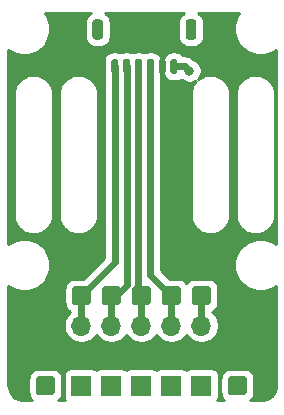
<source format=gbr>
%TF.GenerationSoftware,KiCad,Pcbnew,(5.1.9)-1*%
%TF.CreationDate,2022-05-31T00:34:38+01:00*%
%TF.ProjectId,board,626f6172-642e-46b6-9963-61645f706362,rev?*%
%TF.SameCoordinates,Original*%
%TF.FileFunction,Copper,L1,Top*%
%TF.FilePolarity,Positive*%
%FSLAX46Y46*%
G04 Gerber Fmt 4.6, Leading zero omitted, Abs format (unit mm)*
G04 Created by KiCad (PCBNEW (5.1.9)-1) date 2022-05-31 00:34:38*
%MOMM*%
%LPD*%
G01*
G04 APERTURE LIST*
%TA.AperFunction,ComponentPad*%
%ADD10O,1.700000X1.700000*%
%TD*%
%TA.AperFunction,ComponentPad*%
%ADD11R,1.700000X1.700000*%
%TD*%
%TA.AperFunction,ViaPad*%
%ADD12C,0.800000*%
%TD*%
%TA.AperFunction,Conductor*%
%ADD13C,0.600000*%
%TD*%
%TA.AperFunction,Conductor*%
%ADD14C,0.254000*%
%TD*%
%TA.AperFunction,Conductor*%
%ADD15C,0.100000*%
%TD*%
G04 APERTURE END LIST*
%TO.P,J10,1*%
%TO.N,+BATT*%
%TA.AperFunction,ComponentPad*%
G36*
G01*
X103594000Y-130598000D02*
X103594000Y-129498000D01*
G75*
G02*
X103844000Y-129248000I250000J0D01*
G01*
X104944000Y-129248000D01*
G75*
G02*
X105194000Y-129498000I0J-250000D01*
G01*
X105194000Y-130598000D01*
G75*
G02*
X104944000Y-130848000I-250000J0D01*
G01*
X103844000Y-130848000D01*
G75*
G02*
X103594000Y-130598000I0J250000D01*
G01*
G37*
%TD.AperFunction*%
%TD*%
%TO.P,J6,1*%
%TO.N,GND*%
%TA.AperFunction,ComponentPad*%
G36*
G01*
X103594000Y-133138000D02*
X103594000Y-132038000D01*
G75*
G02*
X103844000Y-131788000I250000J0D01*
G01*
X104944000Y-131788000D01*
G75*
G02*
X105194000Y-132038000I0J-250000D01*
G01*
X105194000Y-133138000D01*
G75*
G02*
X104944000Y-133388000I-250000J0D01*
G01*
X103844000Y-133388000D01*
G75*
G02*
X103594000Y-133138000I0J250000D01*
G01*
G37*
%TD.AperFunction*%
%TD*%
%TO.P,J13,1*%
%TO.N,Net-(J1-Pad6)*%
%TA.AperFunction,ComponentPad*%
G36*
G01*
X108242000Y-124418000D02*
X108242000Y-125518000D01*
G75*
G02*
X107992000Y-125768000I-250000J0D01*
G01*
X106892000Y-125768000D01*
G75*
G02*
X106642000Y-125518000I0J250000D01*
G01*
X106642000Y-124418000D01*
G75*
G02*
X106892000Y-124168000I250000J0D01*
G01*
X107992000Y-124168000D01*
G75*
G02*
X108242000Y-124418000I0J-250000D01*
G01*
G37*
%TD.AperFunction*%
%TD*%
%TO.P,J12,1*%
%TO.N,Net-(J11-Pad3)*%
%TA.AperFunction,ComponentPad*%
G36*
G01*
X116802000Y-125518000D02*
X116802000Y-124418000D01*
G75*
G02*
X117052000Y-124168000I250000J0D01*
G01*
X118152000Y-124168000D01*
G75*
G02*
X118402000Y-124418000I0J-250000D01*
G01*
X118402000Y-125518000D01*
G75*
G02*
X118152000Y-125768000I-250000J0D01*
G01*
X117052000Y-125768000D01*
G75*
G02*
X116802000Y-125518000I0J250000D01*
G01*
G37*
%TD.AperFunction*%
%TD*%
D10*
%TO.P,J11,3*%
%TO.N,Net-(J11-Pad3)*%
X117602000Y-127508000D03*
%TO.P,J11,2*%
%TO.N,+BATT*%
X117602000Y-130048000D03*
D11*
%TO.P,J11,1*%
%TO.N,GND*%
X117602000Y-132588000D03*
%TD*%
%TO.P,J10,1*%
%TO.N,+BATT*%
%TA.AperFunction,ComponentPad*%
G36*
G01*
X119850000Y-130598000D02*
X119850000Y-129498000D01*
G75*
G02*
X120100000Y-129248000I250000J0D01*
G01*
X121200000Y-129248000D01*
G75*
G02*
X121450000Y-129498000I0J-250000D01*
G01*
X121450000Y-130598000D01*
G75*
G02*
X121200000Y-130848000I-250000J0D01*
G01*
X120100000Y-130848000D01*
G75*
G02*
X119850000Y-130598000I0J250000D01*
G01*
G37*
%TD.AperFunction*%
%TD*%
%TO.P,J9,1*%
%TO.N,Net-(J1-Pad3)*%
%TA.AperFunction,ComponentPad*%
G36*
G01*
X114262000Y-125518000D02*
X114262000Y-124418000D01*
G75*
G02*
X114512000Y-124168000I250000J0D01*
G01*
X115612000Y-124168000D01*
G75*
G02*
X115862000Y-124418000I0J-250000D01*
G01*
X115862000Y-125518000D01*
G75*
G02*
X115612000Y-125768000I-250000J0D01*
G01*
X114512000Y-125768000D01*
G75*
G02*
X114262000Y-125518000I0J250000D01*
G01*
G37*
%TD.AperFunction*%
%TD*%
%TO.P,J8,1*%
%TO.N,Net-(J1-Pad4)*%
%TA.AperFunction,ComponentPad*%
G36*
G01*
X111722000Y-125518000D02*
X111722000Y-124418000D01*
G75*
G02*
X111972000Y-124168000I250000J0D01*
G01*
X113072000Y-124168000D01*
G75*
G02*
X113322000Y-124418000I0J-250000D01*
G01*
X113322000Y-125518000D01*
G75*
G02*
X113072000Y-125768000I-250000J0D01*
G01*
X111972000Y-125768000D01*
G75*
G02*
X111722000Y-125518000I0J250000D01*
G01*
G37*
%TD.AperFunction*%
%TD*%
%TO.P,J7,1*%
%TO.N,Net-(J1-Pad5)*%
%TA.AperFunction,ComponentPad*%
G36*
G01*
X109182000Y-125518000D02*
X109182000Y-124418000D01*
G75*
G02*
X109432000Y-124168000I250000J0D01*
G01*
X110532000Y-124168000D01*
G75*
G02*
X110782000Y-124418000I0J-250000D01*
G01*
X110782000Y-125518000D01*
G75*
G02*
X110532000Y-125768000I-250000J0D01*
G01*
X109432000Y-125768000D01*
G75*
G02*
X109182000Y-125518000I0J250000D01*
G01*
G37*
%TD.AperFunction*%
%TD*%
%TO.P,J6,1*%
%TO.N,GND*%
%TA.AperFunction,ComponentPad*%
G36*
G01*
X119850000Y-133138000D02*
X119850000Y-132038000D01*
G75*
G02*
X120100000Y-131788000I250000J0D01*
G01*
X121200000Y-131788000D01*
G75*
G02*
X121450000Y-132038000I0J-250000D01*
G01*
X121450000Y-133138000D01*
G75*
G02*
X121200000Y-133388000I-250000J0D01*
G01*
X120100000Y-133388000D01*
G75*
G02*
X119850000Y-133138000I0J250000D01*
G01*
G37*
%TD.AperFunction*%
%TD*%
%TO.P,J1,MP*%
%TO.N,N/C*%
%TA.AperFunction,SMDPad,CuDef*%
G36*
G01*
X109276000Y-101811000D02*
X109276000Y-103061000D01*
G75*
G02*
X109051000Y-103286000I-225000J0D01*
G01*
X108601000Y-103286000D01*
G75*
G02*
X108376000Y-103061000I0J225000D01*
G01*
X108376000Y-101811000D01*
G75*
G02*
X108601000Y-101586000I225000J0D01*
G01*
X109051000Y-101586000D01*
G75*
G02*
X109276000Y-101811000I0J-225000D01*
G01*
G37*
%TD.AperFunction*%
%TA.AperFunction,SMDPad,CuDef*%
G36*
G01*
X117176000Y-101811000D02*
X117176000Y-103061000D01*
G75*
G02*
X116951000Y-103286000I-225000J0D01*
G01*
X116501000Y-103286000D01*
G75*
G02*
X116276000Y-103061000I0J225000D01*
G01*
X116276000Y-101811000D01*
G75*
G02*
X116501000Y-101586000I225000J0D01*
G01*
X116951000Y-101586000D01*
G75*
G02*
X117176000Y-101811000I0J-225000D01*
G01*
G37*
%TD.AperFunction*%
%TO.P,J1,6*%
%TO.N,Net-(J1-Pad6)*%
%TA.AperFunction,SMDPad,CuDef*%
G36*
G01*
X110576000Y-105086000D02*
X110576000Y-106036000D01*
G75*
G02*
X110426000Y-106186000I-150000J0D01*
G01*
X110126000Y-106186000D01*
G75*
G02*
X109976000Y-106036000I0J150000D01*
G01*
X109976000Y-105086000D01*
G75*
G02*
X110126000Y-104936000I150000J0D01*
G01*
X110426000Y-104936000D01*
G75*
G02*
X110576000Y-105086000I0J-150000D01*
G01*
G37*
%TD.AperFunction*%
%TO.P,J1,5*%
%TO.N,Net-(J1-Pad5)*%
%TA.AperFunction,SMDPad,CuDef*%
G36*
G01*
X111576000Y-105086000D02*
X111576000Y-106036000D01*
G75*
G02*
X111426000Y-106186000I-150000J0D01*
G01*
X111126000Y-106186000D01*
G75*
G02*
X110976000Y-106036000I0J150000D01*
G01*
X110976000Y-105086000D01*
G75*
G02*
X111126000Y-104936000I150000J0D01*
G01*
X111426000Y-104936000D01*
G75*
G02*
X111576000Y-105086000I0J-150000D01*
G01*
G37*
%TD.AperFunction*%
%TO.P,J1,4*%
%TO.N,Net-(J1-Pad4)*%
%TA.AperFunction,SMDPad,CuDef*%
G36*
G01*
X112576000Y-105086000D02*
X112576000Y-106036000D01*
G75*
G02*
X112426000Y-106186000I-150000J0D01*
G01*
X112126000Y-106186000D01*
G75*
G02*
X111976000Y-106036000I0J150000D01*
G01*
X111976000Y-105086000D01*
G75*
G02*
X112126000Y-104936000I150000J0D01*
G01*
X112426000Y-104936000D01*
G75*
G02*
X112576000Y-105086000I0J-150000D01*
G01*
G37*
%TD.AperFunction*%
%TO.P,J1,3*%
%TO.N,Net-(J1-Pad3)*%
%TA.AperFunction,SMDPad,CuDef*%
G36*
G01*
X113576000Y-105086000D02*
X113576000Y-106036000D01*
G75*
G02*
X113426000Y-106186000I-150000J0D01*
G01*
X113126000Y-106186000D01*
G75*
G02*
X112976000Y-106036000I0J150000D01*
G01*
X112976000Y-105086000D01*
G75*
G02*
X113126000Y-104936000I150000J0D01*
G01*
X113426000Y-104936000D01*
G75*
G02*
X113576000Y-105086000I0J-150000D01*
G01*
G37*
%TD.AperFunction*%
%TO.P,J1,2*%
%TO.N,+BATT*%
%TA.AperFunction,SMDPad,CuDef*%
G36*
G01*
X114576000Y-105086000D02*
X114576000Y-106036000D01*
G75*
G02*
X114426000Y-106186000I-150000J0D01*
G01*
X114126000Y-106186000D01*
G75*
G02*
X113976000Y-106036000I0J150000D01*
G01*
X113976000Y-105086000D01*
G75*
G02*
X114126000Y-104936000I150000J0D01*
G01*
X114426000Y-104936000D01*
G75*
G02*
X114576000Y-105086000I0J-150000D01*
G01*
G37*
%TD.AperFunction*%
%TO.P,J1,1*%
%TO.N,GND*%
%TA.AperFunction,SMDPad,CuDef*%
G36*
G01*
X115576000Y-105086000D02*
X115576000Y-106036000D01*
G75*
G02*
X115426000Y-106186000I-150000J0D01*
G01*
X115126000Y-106186000D01*
G75*
G02*
X114976000Y-106036000I0J150000D01*
G01*
X114976000Y-105086000D01*
G75*
G02*
X115126000Y-104936000I150000J0D01*
G01*
X115426000Y-104936000D01*
G75*
G02*
X115576000Y-105086000I0J-150000D01*
G01*
G37*
%TD.AperFunction*%
%TD*%
D10*
%TO.P,J5,3*%
%TO.N,Net-(J1-Pad3)*%
X115062000Y-127508000D03*
%TO.P,J5,2*%
%TO.N,+BATT*%
X115062000Y-130048000D03*
D11*
%TO.P,J5,1*%
%TO.N,GND*%
X115062000Y-132588000D03*
%TD*%
D10*
%TO.P,J4,3*%
%TO.N,Net-(J1-Pad4)*%
X112522000Y-127508000D03*
%TO.P,J4,2*%
%TO.N,+BATT*%
X112522000Y-130048000D03*
D11*
%TO.P,J4,1*%
%TO.N,GND*%
X112522000Y-132588000D03*
%TD*%
D10*
%TO.P,J3,3*%
%TO.N,Net-(J1-Pad5)*%
X109982000Y-127508000D03*
%TO.P,J3,2*%
%TO.N,+BATT*%
X109982000Y-130048000D03*
D11*
%TO.P,J3,1*%
%TO.N,GND*%
X109982000Y-132588000D03*
%TD*%
D10*
%TO.P,J2,3*%
%TO.N,Net-(J1-Pad6)*%
X107442000Y-127508000D03*
%TO.P,J2,2*%
%TO.N,+BATT*%
X107442000Y-130048000D03*
D11*
%TO.P,J2,1*%
%TO.N,GND*%
X107442000Y-132588000D03*
%TD*%
D12*
%TO.N,GND*%
X116586000Y-105918000D03*
%TD*%
D13*
%TO.N,Net-(J1-Pad3)*%
X113276000Y-123182000D02*
X115062000Y-124968000D01*
X113276000Y-105561000D02*
X113276000Y-123182000D01*
X115062000Y-124968000D02*
X115062000Y-127508000D01*
%TO.N,GND*%
X116229000Y-105561000D02*
X116586000Y-105918000D01*
X115276000Y-105561000D02*
X116229000Y-105561000D01*
%TO.N,Net-(J1-Pad6)*%
X110276000Y-122134000D02*
X107442000Y-124968000D01*
X110276000Y-105561000D02*
X110276000Y-122134000D01*
X107442000Y-124968000D02*
X107442000Y-127508000D01*
%TO.N,Net-(J1-Pad5)*%
X110361322Y-124968000D02*
X109982000Y-124968000D01*
X111276000Y-124053322D02*
X110361322Y-124968000D01*
X111276000Y-105561000D02*
X111276000Y-124053322D01*
X109982000Y-124968000D02*
X109982000Y-127508000D01*
%TO.N,Net-(J1-Pad4)*%
X112276000Y-124722000D02*
X112522000Y-124968000D01*
X112276000Y-105561000D02*
X112276000Y-124722000D01*
X112522000Y-124968000D02*
X112522000Y-127508000D01*
%TO.N,Net-(J11-Pad3)*%
X117602000Y-124968000D02*
X117602000Y-127508000D01*
%TD*%
D14*
%TO.N,+BATT*%
X108121503Y-101093382D02*
X107990716Y-101200716D01*
X107883382Y-101331503D01*
X107803625Y-101480717D01*
X107754512Y-101642623D01*
X107737928Y-101811000D01*
X107737928Y-103061000D01*
X107754512Y-103229377D01*
X107803625Y-103391283D01*
X107883382Y-103540497D01*
X107990716Y-103671284D01*
X108121503Y-103778618D01*
X108270717Y-103858375D01*
X108432623Y-103907488D01*
X108601000Y-103924072D01*
X109051000Y-103924072D01*
X109219377Y-103907488D01*
X109381283Y-103858375D01*
X109530497Y-103778618D01*
X109661284Y-103671284D01*
X109768618Y-103540497D01*
X109848375Y-103391283D01*
X109897488Y-103229377D01*
X109914072Y-103061000D01*
X109914072Y-101811000D01*
X109897488Y-101642623D01*
X109848375Y-101480717D01*
X109768618Y-101331503D01*
X109661284Y-101200716D01*
X109530497Y-101093382D01*
X109423143Y-101036000D01*
X116128857Y-101036000D01*
X116021503Y-101093382D01*
X115890716Y-101200716D01*
X115783382Y-101331503D01*
X115703625Y-101480717D01*
X115654512Y-101642623D01*
X115637928Y-101811000D01*
X115637928Y-103061000D01*
X115654512Y-103229377D01*
X115703625Y-103391283D01*
X115783382Y-103540497D01*
X115890716Y-103671284D01*
X116021503Y-103778618D01*
X116170717Y-103858375D01*
X116332623Y-103907488D01*
X116501000Y-103924072D01*
X116951000Y-103924072D01*
X117119377Y-103907488D01*
X117281283Y-103858375D01*
X117430497Y-103778618D01*
X117561284Y-103671284D01*
X117668618Y-103540497D01*
X117748375Y-103391283D01*
X117797488Y-103229377D01*
X117814072Y-103061000D01*
X117814072Y-101811000D01*
X117797488Y-101642623D01*
X117748375Y-101480717D01*
X117668618Y-101331503D01*
X117561284Y-101200716D01*
X117430497Y-101093382D01*
X117323143Y-101036000D01*
X120812969Y-101036000D01*
X120622458Y-101321120D01*
X120454582Y-101726408D01*
X120369000Y-102156660D01*
X120369000Y-102595340D01*
X120454582Y-103025592D01*
X120622458Y-103430880D01*
X120866176Y-103795630D01*
X121176370Y-104105824D01*
X121541120Y-104349542D01*
X121946408Y-104517418D01*
X122376660Y-104603000D01*
X122815340Y-104603000D01*
X123245592Y-104517418D01*
X123650880Y-104349542D01*
X123937184Y-104158240D01*
X123948103Y-120601056D01*
X123650880Y-120402458D01*
X123245592Y-120234582D01*
X122815340Y-120149000D01*
X122376660Y-120149000D01*
X121946408Y-120234582D01*
X121541120Y-120402458D01*
X121176370Y-120646176D01*
X120866176Y-120956370D01*
X120622458Y-121321120D01*
X120454582Y-121726408D01*
X120369000Y-122156660D01*
X120369000Y-122595340D01*
X120454582Y-123025592D01*
X120622458Y-123430880D01*
X120866176Y-123795630D01*
X121176370Y-124105824D01*
X121541120Y-124349542D01*
X121946408Y-124517418D01*
X122376660Y-124603000D01*
X122815340Y-124603000D01*
X123245592Y-124517418D01*
X123650880Y-124349542D01*
X123950459Y-124149370D01*
X123955979Y-132460936D01*
X123927375Y-132752660D01*
X123851965Y-133002429D01*
X123729477Y-133232794D01*
X123564579Y-133434979D01*
X123363546Y-133601288D01*
X123134046Y-133725378D01*
X122884805Y-133802531D01*
X122594911Y-133833000D01*
X121746275Y-133833000D01*
X121827962Y-133765962D01*
X121938405Y-133631386D01*
X122020472Y-133477850D01*
X122071008Y-133311254D01*
X122088072Y-133138000D01*
X122088072Y-132038000D01*
X122071008Y-131864746D01*
X122020472Y-131698150D01*
X121938405Y-131544614D01*
X121827962Y-131410038D01*
X121693386Y-131299595D01*
X121539850Y-131217528D01*
X121373254Y-131166992D01*
X121200000Y-131149928D01*
X120100000Y-131149928D01*
X119926746Y-131166992D01*
X119760150Y-131217528D01*
X119606614Y-131299595D01*
X119472038Y-131410038D01*
X119361595Y-131544614D01*
X119279528Y-131698150D01*
X119228992Y-131864746D01*
X119211928Y-132038000D01*
X119211928Y-133138000D01*
X119228992Y-133311254D01*
X119279528Y-133477850D01*
X119361595Y-133631386D01*
X119472038Y-133765962D01*
X119553725Y-133833000D01*
X118949295Y-133833000D01*
X118982537Y-133792494D01*
X119041502Y-133682180D01*
X119077812Y-133562482D01*
X119090072Y-133438000D01*
X119090072Y-131738000D01*
X119077812Y-131613518D01*
X119041502Y-131493820D01*
X118982537Y-131383506D01*
X118903185Y-131286815D01*
X118806494Y-131207463D01*
X118696180Y-131148498D01*
X118576482Y-131112188D01*
X118452000Y-131099928D01*
X116752000Y-131099928D01*
X116627518Y-131112188D01*
X116507820Y-131148498D01*
X116397506Y-131207463D01*
X116332000Y-131261222D01*
X116266494Y-131207463D01*
X116156180Y-131148498D01*
X116036482Y-131112188D01*
X115912000Y-131099928D01*
X114212000Y-131099928D01*
X114087518Y-131112188D01*
X113967820Y-131148498D01*
X113857506Y-131207463D01*
X113792000Y-131261222D01*
X113726494Y-131207463D01*
X113616180Y-131148498D01*
X113496482Y-131112188D01*
X113372000Y-131099928D01*
X111672000Y-131099928D01*
X111547518Y-131112188D01*
X111427820Y-131148498D01*
X111317506Y-131207463D01*
X111252000Y-131261222D01*
X111186494Y-131207463D01*
X111076180Y-131148498D01*
X110956482Y-131112188D01*
X110832000Y-131099928D01*
X109132000Y-131099928D01*
X109007518Y-131112188D01*
X108887820Y-131148498D01*
X108777506Y-131207463D01*
X108712000Y-131261222D01*
X108646494Y-131207463D01*
X108536180Y-131148498D01*
X108416482Y-131112188D01*
X108292000Y-131099928D01*
X106592000Y-131099928D01*
X106467518Y-131112188D01*
X106347820Y-131148498D01*
X106237506Y-131207463D01*
X106140815Y-131286815D01*
X106061463Y-131383506D01*
X106002498Y-131493820D01*
X105966188Y-131613518D01*
X105953928Y-131738000D01*
X105953928Y-133438000D01*
X105966188Y-133562482D01*
X106002498Y-133682180D01*
X106061463Y-133792494D01*
X106094705Y-133833000D01*
X105490275Y-133833000D01*
X105571962Y-133765962D01*
X105682405Y-133631386D01*
X105764472Y-133477850D01*
X105815008Y-133311254D01*
X105832072Y-133138000D01*
X105832072Y-132038000D01*
X105815008Y-131864746D01*
X105764472Y-131698150D01*
X105682405Y-131544614D01*
X105571962Y-131410038D01*
X105437386Y-131299595D01*
X105283850Y-131217528D01*
X105117254Y-131166992D01*
X104944000Y-131149928D01*
X103844000Y-131149928D01*
X103670746Y-131166992D01*
X103504150Y-131217528D01*
X103350614Y-131299595D01*
X103216038Y-131410038D01*
X103105595Y-131544614D01*
X103023528Y-131698150D01*
X102972992Y-131864746D01*
X102955928Y-132038000D01*
X102955928Y-133138000D01*
X102972992Y-133311254D01*
X103023528Y-133477850D01*
X103105595Y-133631386D01*
X103216038Y-133765962D01*
X103297725Y-133833000D01*
X102628279Y-133833000D01*
X102336340Y-133804375D01*
X102086571Y-133728965D01*
X101856206Y-133606477D01*
X101654021Y-133441579D01*
X101487712Y-133240546D01*
X101363622Y-133011046D01*
X101286469Y-132761805D01*
X101256000Y-132471911D01*
X101256000Y-127361740D01*
X105957000Y-127361740D01*
X105957000Y-127654260D01*
X106014068Y-127941158D01*
X106126010Y-128211411D01*
X106288525Y-128454632D01*
X106495368Y-128661475D01*
X106738589Y-128823990D01*
X107008842Y-128935932D01*
X107295740Y-128993000D01*
X107588260Y-128993000D01*
X107875158Y-128935932D01*
X108145411Y-128823990D01*
X108388632Y-128661475D01*
X108595475Y-128454632D01*
X108712000Y-128280240D01*
X108828525Y-128454632D01*
X109035368Y-128661475D01*
X109278589Y-128823990D01*
X109548842Y-128935932D01*
X109835740Y-128993000D01*
X110128260Y-128993000D01*
X110415158Y-128935932D01*
X110685411Y-128823990D01*
X110928632Y-128661475D01*
X111135475Y-128454632D01*
X111252000Y-128280240D01*
X111368525Y-128454632D01*
X111575368Y-128661475D01*
X111818589Y-128823990D01*
X112088842Y-128935932D01*
X112375740Y-128993000D01*
X112668260Y-128993000D01*
X112955158Y-128935932D01*
X113225411Y-128823990D01*
X113468632Y-128661475D01*
X113675475Y-128454632D01*
X113792000Y-128280240D01*
X113908525Y-128454632D01*
X114115368Y-128661475D01*
X114358589Y-128823990D01*
X114628842Y-128935932D01*
X114915740Y-128993000D01*
X115208260Y-128993000D01*
X115495158Y-128935932D01*
X115765411Y-128823990D01*
X116008632Y-128661475D01*
X116215475Y-128454632D01*
X116332000Y-128280240D01*
X116448525Y-128454632D01*
X116655368Y-128661475D01*
X116898589Y-128823990D01*
X117168842Y-128935932D01*
X117455740Y-128993000D01*
X117748260Y-128993000D01*
X118035158Y-128935932D01*
X118305411Y-128823990D01*
X118548632Y-128661475D01*
X118755475Y-128454632D01*
X118917990Y-128211411D01*
X119029932Y-127941158D01*
X119087000Y-127654260D01*
X119087000Y-127361740D01*
X119029932Y-127074842D01*
X118917990Y-126804589D01*
X118755475Y-126561368D01*
X118548632Y-126354525D01*
X118537000Y-126346753D01*
X118537000Y-126314339D01*
X118645386Y-126256405D01*
X118779962Y-126145962D01*
X118890405Y-126011386D01*
X118972472Y-125857850D01*
X119023008Y-125691254D01*
X119040072Y-125518000D01*
X119040072Y-124418000D01*
X119023008Y-124244746D01*
X118972472Y-124078150D01*
X118890405Y-123924614D01*
X118779962Y-123790038D01*
X118645386Y-123679595D01*
X118491850Y-123597528D01*
X118325254Y-123546992D01*
X118152000Y-123529928D01*
X117052000Y-123529928D01*
X116878746Y-123546992D01*
X116712150Y-123597528D01*
X116558614Y-123679595D01*
X116424038Y-123790038D01*
X116332000Y-123902187D01*
X116239962Y-123790038D01*
X116105386Y-123679595D01*
X115951850Y-123597528D01*
X115785254Y-123546992D01*
X115612000Y-123529928D01*
X114946218Y-123529928D01*
X114211000Y-122794711D01*
X114211000Y-106067190D01*
X114214072Y-106036000D01*
X114214072Y-105561000D01*
X114336476Y-105561000D01*
X114337928Y-105575742D01*
X114337928Y-106036000D01*
X114353071Y-106189745D01*
X114397916Y-106337582D01*
X114470742Y-106473829D01*
X114568749Y-106593251D01*
X114688171Y-106691258D01*
X114824418Y-106764084D01*
X114972255Y-106808929D01*
X115126000Y-106824072D01*
X115426000Y-106824072D01*
X115579745Y-106808929D01*
X115727582Y-106764084D01*
X115863829Y-106691258D01*
X115881250Y-106676961D01*
X115926226Y-106721937D01*
X116095744Y-106835205D01*
X116284102Y-106913226D01*
X116484061Y-106953000D01*
X116687939Y-106953000D01*
X116887898Y-106913226D01*
X117076256Y-106835205D01*
X117186908Y-106761270D01*
X117180237Y-106767988D01*
X117137487Y-106809851D01*
X117131613Y-106816952D01*
X117006289Y-106970614D01*
X116973174Y-107020456D01*
X116939390Y-107069796D01*
X116935007Y-107077902D01*
X116841916Y-107252980D01*
X116819125Y-107308275D01*
X116795554Y-107363270D01*
X116792829Y-107372073D01*
X116735518Y-107561900D01*
X116723900Y-107620580D01*
X116711463Y-107679087D01*
X116710500Y-107688252D01*
X116691150Y-107885594D01*
X116691150Y-107885599D01*
X116688000Y-107917582D01*
X116688001Y-118142419D01*
X116691249Y-118175397D01*
X116691249Y-118188591D01*
X116692212Y-118197756D01*
X116714315Y-118394808D01*
X116726747Y-118453295D01*
X116738370Y-118511997D01*
X116741096Y-118520800D01*
X116801052Y-118709808D01*
X116824612Y-118764778D01*
X116847414Y-118820099D01*
X116851797Y-118828205D01*
X116947324Y-119001966D01*
X116981130Y-119051338D01*
X117014221Y-119101144D01*
X117020095Y-119108245D01*
X117147552Y-119260142D01*
X117190263Y-119301968D01*
X117232441Y-119344442D01*
X117239583Y-119350266D01*
X117394116Y-119474515D01*
X117444170Y-119507269D01*
X117493765Y-119540722D01*
X117501901Y-119545048D01*
X117677625Y-119636914D01*
X117733078Y-119659318D01*
X117788233Y-119682503D01*
X117797055Y-119685166D01*
X117987276Y-119741151D01*
X118046010Y-119752355D01*
X118104633Y-119764389D01*
X118113805Y-119765288D01*
X118311277Y-119783259D01*
X118371094Y-119782841D01*
X118430911Y-119783259D01*
X118440083Y-119782359D01*
X118637284Y-119761632D01*
X118695834Y-119749613D01*
X118754639Y-119738396D01*
X118763461Y-119735732D01*
X118952882Y-119677097D01*
X119008009Y-119653924D01*
X119063492Y-119631507D01*
X119071629Y-119627181D01*
X119246052Y-119532870D01*
X119295636Y-119499425D01*
X119345699Y-119466665D01*
X119352840Y-119460841D01*
X119505624Y-119334446D01*
X119547744Y-119292031D01*
X119590513Y-119250149D01*
X119596387Y-119243048D01*
X119721711Y-119089386D01*
X119754803Y-119039577D01*
X119788610Y-118990205D01*
X119792993Y-118982098D01*
X119886084Y-118807020D01*
X119908875Y-118751725D01*
X119932446Y-118696730D01*
X119935171Y-118687926D01*
X119992482Y-118498100D01*
X120004098Y-118439434D01*
X120016537Y-118380913D01*
X120017500Y-118371748D01*
X120036850Y-118174407D01*
X120036850Y-118174402D01*
X120040000Y-118142419D01*
X120040000Y-107917582D01*
X120498000Y-107917582D01*
X120498001Y-118142419D01*
X120501249Y-118175397D01*
X120501249Y-118188591D01*
X120502212Y-118197756D01*
X120524315Y-118394808D01*
X120536747Y-118453295D01*
X120548370Y-118511997D01*
X120551096Y-118520800D01*
X120611052Y-118709808D01*
X120634612Y-118764778D01*
X120657414Y-118820099D01*
X120661797Y-118828205D01*
X120757324Y-119001966D01*
X120791130Y-119051338D01*
X120824221Y-119101144D01*
X120830095Y-119108245D01*
X120957552Y-119260142D01*
X121000263Y-119301968D01*
X121042441Y-119344442D01*
X121049583Y-119350266D01*
X121204116Y-119474515D01*
X121254170Y-119507269D01*
X121303765Y-119540722D01*
X121311901Y-119545048D01*
X121487625Y-119636914D01*
X121543078Y-119659318D01*
X121598233Y-119682503D01*
X121607055Y-119685166D01*
X121797276Y-119741151D01*
X121856010Y-119752355D01*
X121914633Y-119764389D01*
X121923805Y-119765288D01*
X122121277Y-119783259D01*
X122181094Y-119782841D01*
X122240911Y-119783259D01*
X122250083Y-119782359D01*
X122447284Y-119761632D01*
X122505834Y-119749613D01*
X122564639Y-119738396D01*
X122573461Y-119735732D01*
X122762882Y-119677097D01*
X122818009Y-119653924D01*
X122873492Y-119631507D01*
X122881629Y-119627181D01*
X123056052Y-119532870D01*
X123105636Y-119499425D01*
X123155699Y-119466665D01*
X123162840Y-119460841D01*
X123315624Y-119334446D01*
X123357744Y-119292031D01*
X123400513Y-119250149D01*
X123406387Y-119243048D01*
X123531711Y-119089386D01*
X123564803Y-119039577D01*
X123598610Y-118990205D01*
X123602993Y-118982098D01*
X123696084Y-118807020D01*
X123718875Y-118751725D01*
X123742446Y-118696730D01*
X123745171Y-118687926D01*
X123802482Y-118498100D01*
X123814098Y-118439434D01*
X123826537Y-118380913D01*
X123827500Y-118371748D01*
X123846850Y-118174407D01*
X123846850Y-118174402D01*
X123850000Y-118142419D01*
X123850000Y-107917581D01*
X123846751Y-107884593D01*
X123846751Y-107871409D01*
X123845788Y-107862244D01*
X123823685Y-107665192D01*
X123811251Y-107606699D01*
X123799630Y-107548003D01*
X123796904Y-107539200D01*
X123736948Y-107350193D01*
X123713400Y-107295249D01*
X123690586Y-107239900D01*
X123686203Y-107231794D01*
X123590676Y-107058034D01*
X123556892Y-107008695D01*
X123523779Y-106958855D01*
X123517905Y-106951755D01*
X123390448Y-106799857D01*
X123347718Y-106758013D01*
X123305559Y-106715558D01*
X123298417Y-106709734D01*
X123143883Y-106585485D01*
X123093847Y-106552742D01*
X123044235Y-106519278D01*
X123036098Y-106514952D01*
X122860375Y-106423086D01*
X122804936Y-106400688D01*
X122749768Y-106377497D01*
X122740946Y-106374834D01*
X122550724Y-106318849D01*
X122492016Y-106307650D01*
X122433367Y-106295611D01*
X122424195Y-106294712D01*
X122226723Y-106276741D01*
X122166906Y-106277159D01*
X122107088Y-106276741D01*
X122097917Y-106277641D01*
X121900715Y-106298368D01*
X121842151Y-106310390D01*
X121783362Y-106321604D01*
X121774540Y-106324268D01*
X121585118Y-106382903D01*
X121530005Y-106406071D01*
X121474507Y-106428493D01*
X121466371Y-106432820D01*
X121291947Y-106527130D01*
X121242331Y-106560597D01*
X121192301Y-106593335D01*
X121185160Y-106599159D01*
X121032376Y-106725553D01*
X120990237Y-106767988D01*
X120947487Y-106809851D01*
X120941613Y-106816952D01*
X120816289Y-106970614D01*
X120783174Y-107020456D01*
X120749390Y-107069796D01*
X120745007Y-107077902D01*
X120651916Y-107252980D01*
X120629125Y-107308275D01*
X120605554Y-107363270D01*
X120602829Y-107372073D01*
X120545518Y-107561900D01*
X120533900Y-107620580D01*
X120521463Y-107679087D01*
X120520500Y-107688252D01*
X120501150Y-107885594D01*
X120501150Y-107885599D01*
X120498000Y-107917582D01*
X120040000Y-107917582D01*
X120040000Y-107917581D01*
X120036751Y-107884593D01*
X120036751Y-107871409D01*
X120035788Y-107862244D01*
X120013685Y-107665192D01*
X120001251Y-107606699D01*
X119989630Y-107548003D01*
X119986904Y-107539200D01*
X119926948Y-107350193D01*
X119903400Y-107295249D01*
X119880586Y-107239900D01*
X119876203Y-107231794D01*
X119780676Y-107058034D01*
X119746892Y-107008695D01*
X119713779Y-106958855D01*
X119707905Y-106951755D01*
X119580448Y-106799857D01*
X119537718Y-106758013D01*
X119495559Y-106715558D01*
X119488417Y-106709734D01*
X119333883Y-106585485D01*
X119283847Y-106552742D01*
X119234235Y-106519278D01*
X119226098Y-106514952D01*
X119050375Y-106423086D01*
X118994936Y-106400688D01*
X118939768Y-106377497D01*
X118930946Y-106374834D01*
X118740724Y-106318849D01*
X118682016Y-106307650D01*
X118623367Y-106295611D01*
X118614195Y-106294712D01*
X118416723Y-106276741D01*
X118356906Y-106277159D01*
X118297088Y-106276741D01*
X118287917Y-106277641D01*
X118090715Y-106298368D01*
X118032151Y-106310390D01*
X117973362Y-106321604D01*
X117964540Y-106324268D01*
X117775118Y-106382903D01*
X117720005Y-106406071D01*
X117664507Y-106428493D01*
X117656371Y-106432820D01*
X117481947Y-106527130D01*
X117432331Y-106560597D01*
X117382301Y-106593335D01*
X117375160Y-106599159D01*
X117336903Y-106630808D01*
X117389937Y-106577774D01*
X117503205Y-106408256D01*
X117581226Y-106219898D01*
X117621000Y-106019939D01*
X117621000Y-105816061D01*
X117581226Y-105616102D01*
X117503205Y-105427744D01*
X117389937Y-105258226D01*
X117245774Y-105114063D01*
X117076256Y-105000795D01*
X116930858Y-104940569D01*
X116922630Y-104932341D01*
X116893344Y-104896656D01*
X116750972Y-104779814D01*
X116588540Y-104692993D01*
X116412292Y-104639529D01*
X116274932Y-104626000D01*
X116229000Y-104621476D01*
X116183068Y-104626000D01*
X116063063Y-104626000D01*
X115983251Y-104528749D01*
X115863829Y-104430742D01*
X115727582Y-104357916D01*
X115579745Y-104313071D01*
X115426000Y-104297928D01*
X115126000Y-104297928D01*
X114972255Y-104313071D01*
X114824418Y-104357916D01*
X114688171Y-104430742D01*
X114568749Y-104528749D01*
X114470742Y-104648171D01*
X114397916Y-104784418D01*
X114353071Y-104932255D01*
X114337928Y-105086000D01*
X114337928Y-105546258D01*
X114336476Y-105561000D01*
X114214072Y-105561000D01*
X114214072Y-105086000D01*
X114198929Y-104932255D01*
X114154084Y-104784418D01*
X114081258Y-104648171D01*
X113983251Y-104528749D01*
X113863829Y-104430742D01*
X113727582Y-104357916D01*
X113579745Y-104313071D01*
X113426000Y-104297928D01*
X113126000Y-104297928D01*
X112972255Y-104313071D01*
X112824418Y-104357916D01*
X112776000Y-104383796D01*
X112727582Y-104357916D01*
X112579745Y-104313071D01*
X112426000Y-104297928D01*
X112126000Y-104297928D01*
X111972255Y-104313071D01*
X111824418Y-104357916D01*
X111776000Y-104383796D01*
X111727582Y-104357916D01*
X111579745Y-104313071D01*
X111426000Y-104297928D01*
X111126000Y-104297928D01*
X110972255Y-104313071D01*
X110824418Y-104357916D01*
X110776000Y-104383796D01*
X110727582Y-104357916D01*
X110579745Y-104313071D01*
X110426000Y-104297928D01*
X110126000Y-104297928D01*
X109972255Y-104313071D01*
X109824418Y-104357916D01*
X109688171Y-104430742D01*
X109568749Y-104528749D01*
X109470742Y-104648171D01*
X109397916Y-104784418D01*
X109353071Y-104932255D01*
X109337928Y-105086000D01*
X109337928Y-106036000D01*
X109341000Y-106067190D01*
X109341001Y-121746709D01*
X107557783Y-123529928D01*
X106892000Y-123529928D01*
X106718746Y-123546992D01*
X106552150Y-123597528D01*
X106398614Y-123679595D01*
X106264038Y-123790038D01*
X106153595Y-123924614D01*
X106071528Y-124078150D01*
X106020992Y-124244746D01*
X106003928Y-124418000D01*
X106003928Y-125518000D01*
X106020992Y-125691254D01*
X106071528Y-125857850D01*
X106153595Y-126011386D01*
X106264038Y-126145962D01*
X106398614Y-126256405D01*
X106507001Y-126314339D01*
X106507001Y-126346752D01*
X106495368Y-126354525D01*
X106288525Y-126561368D01*
X106126010Y-126804589D01*
X106014068Y-127074842D01*
X105957000Y-127361740D01*
X101256000Y-127361740D01*
X101256000Y-124159031D01*
X101541120Y-124349542D01*
X101946408Y-124517418D01*
X102376660Y-124603000D01*
X102815340Y-124603000D01*
X103245592Y-124517418D01*
X103650880Y-124349542D01*
X104015630Y-124105824D01*
X104325824Y-123795630D01*
X104569542Y-123430880D01*
X104737418Y-123025592D01*
X104823000Y-122595340D01*
X104823000Y-122156660D01*
X104737418Y-121726408D01*
X104569542Y-121321120D01*
X104325824Y-120956370D01*
X104015630Y-120646176D01*
X103650880Y-120402458D01*
X103245592Y-120234582D01*
X102815340Y-120149000D01*
X102376660Y-120149000D01*
X101946408Y-120234582D01*
X101541120Y-120402458D01*
X101256000Y-120592969D01*
X101256000Y-107917582D01*
X101702000Y-107917582D01*
X101702001Y-118142419D01*
X101705249Y-118175397D01*
X101705249Y-118188591D01*
X101706212Y-118197756D01*
X101728315Y-118394808D01*
X101740747Y-118453295D01*
X101752370Y-118511997D01*
X101755096Y-118520800D01*
X101815052Y-118709808D01*
X101838612Y-118764778D01*
X101861414Y-118820099D01*
X101865797Y-118828205D01*
X101961324Y-119001966D01*
X101995130Y-119051338D01*
X102028221Y-119101144D01*
X102034095Y-119108245D01*
X102161552Y-119260142D01*
X102204263Y-119301968D01*
X102246441Y-119344442D01*
X102253583Y-119350266D01*
X102408116Y-119474515D01*
X102458170Y-119507269D01*
X102507765Y-119540722D01*
X102515901Y-119545048D01*
X102691625Y-119636914D01*
X102747078Y-119659318D01*
X102802233Y-119682503D01*
X102811055Y-119685166D01*
X103001276Y-119741151D01*
X103060010Y-119752355D01*
X103118633Y-119764389D01*
X103127805Y-119765288D01*
X103325277Y-119783259D01*
X103385094Y-119782841D01*
X103444911Y-119783259D01*
X103454083Y-119782359D01*
X103651284Y-119761632D01*
X103709834Y-119749613D01*
X103768639Y-119738396D01*
X103777461Y-119735732D01*
X103966882Y-119677097D01*
X104022009Y-119653924D01*
X104077492Y-119631507D01*
X104085629Y-119627181D01*
X104260052Y-119532870D01*
X104309636Y-119499425D01*
X104359699Y-119466665D01*
X104366840Y-119460841D01*
X104519624Y-119334446D01*
X104561744Y-119292031D01*
X104604513Y-119250149D01*
X104610387Y-119243048D01*
X104735711Y-119089386D01*
X104768803Y-119039577D01*
X104802610Y-118990205D01*
X104806993Y-118982098D01*
X104900084Y-118807020D01*
X104922875Y-118751725D01*
X104946446Y-118696730D01*
X104949171Y-118687926D01*
X105006482Y-118498100D01*
X105018098Y-118439434D01*
X105030537Y-118380913D01*
X105031500Y-118371748D01*
X105050850Y-118174407D01*
X105050850Y-118174402D01*
X105054000Y-118142419D01*
X105054000Y-107917582D01*
X105512000Y-107917582D01*
X105512001Y-118142419D01*
X105515249Y-118175397D01*
X105515249Y-118188591D01*
X105516212Y-118197756D01*
X105538315Y-118394808D01*
X105550747Y-118453295D01*
X105562370Y-118511997D01*
X105565096Y-118520800D01*
X105625052Y-118709808D01*
X105648612Y-118764778D01*
X105671414Y-118820099D01*
X105675797Y-118828205D01*
X105771324Y-119001966D01*
X105805130Y-119051338D01*
X105838221Y-119101144D01*
X105844095Y-119108245D01*
X105971552Y-119260142D01*
X106014263Y-119301968D01*
X106056441Y-119344442D01*
X106063583Y-119350266D01*
X106218116Y-119474515D01*
X106268170Y-119507269D01*
X106317765Y-119540722D01*
X106325901Y-119545048D01*
X106501625Y-119636914D01*
X106557078Y-119659318D01*
X106612233Y-119682503D01*
X106621055Y-119685166D01*
X106811276Y-119741151D01*
X106870010Y-119752355D01*
X106928633Y-119764389D01*
X106937805Y-119765288D01*
X107135277Y-119783259D01*
X107195094Y-119782841D01*
X107254911Y-119783259D01*
X107264083Y-119782359D01*
X107461284Y-119761632D01*
X107519834Y-119749613D01*
X107578639Y-119738396D01*
X107587461Y-119735732D01*
X107776882Y-119677097D01*
X107832009Y-119653924D01*
X107887492Y-119631507D01*
X107895629Y-119627181D01*
X108070052Y-119532870D01*
X108119636Y-119499425D01*
X108169699Y-119466665D01*
X108176840Y-119460841D01*
X108329624Y-119334446D01*
X108371744Y-119292031D01*
X108414513Y-119250149D01*
X108420387Y-119243048D01*
X108545711Y-119089386D01*
X108578803Y-119039577D01*
X108612610Y-118990205D01*
X108616993Y-118982098D01*
X108710084Y-118807020D01*
X108732875Y-118751725D01*
X108756446Y-118696730D01*
X108759171Y-118687926D01*
X108816482Y-118498100D01*
X108828098Y-118439434D01*
X108840537Y-118380913D01*
X108841500Y-118371748D01*
X108860850Y-118174407D01*
X108860850Y-118174402D01*
X108864000Y-118142419D01*
X108864000Y-107917581D01*
X108860751Y-107884593D01*
X108860751Y-107871409D01*
X108859788Y-107862244D01*
X108837685Y-107665192D01*
X108825251Y-107606699D01*
X108813630Y-107548003D01*
X108810904Y-107539200D01*
X108750948Y-107350193D01*
X108727400Y-107295249D01*
X108704586Y-107239900D01*
X108700203Y-107231794D01*
X108604676Y-107058034D01*
X108570892Y-107008695D01*
X108537779Y-106958855D01*
X108531905Y-106951755D01*
X108404448Y-106799857D01*
X108361718Y-106758013D01*
X108319559Y-106715558D01*
X108312417Y-106709734D01*
X108157883Y-106585485D01*
X108107847Y-106552742D01*
X108058235Y-106519278D01*
X108050098Y-106514952D01*
X107874375Y-106423086D01*
X107818936Y-106400688D01*
X107763768Y-106377497D01*
X107754946Y-106374834D01*
X107564724Y-106318849D01*
X107506016Y-106307650D01*
X107447367Y-106295611D01*
X107438195Y-106294712D01*
X107240723Y-106276741D01*
X107180906Y-106277159D01*
X107121088Y-106276741D01*
X107111917Y-106277641D01*
X106914715Y-106298368D01*
X106856151Y-106310390D01*
X106797362Y-106321604D01*
X106788540Y-106324268D01*
X106599118Y-106382903D01*
X106544005Y-106406071D01*
X106488507Y-106428493D01*
X106480371Y-106432820D01*
X106305947Y-106527130D01*
X106256331Y-106560597D01*
X106206301Y-106593335D01*
X106199160Y-106599159D01*
X106046376Y-106725553D01*
X106004237Y-106767988D01*
X105961487Y-106809851D01*
X105955613Y-106816952D01*
X105830289Y-106970614D01*
X105797174Y-107020456D01*
X105763390Y-107069796D01*
X105759007Y-107077902D01*
X105665916Y-107252980D01*
X105643125Y-107308275D01*
X105619554Y-107363270D01*
X105616829Y-107372073D01*
X105559518Y-107561900D01*
X105547900Y-107620580D01*
X105535463Y-107679087D01*
X105534500Y-107688252D01*
X105515150Y-107885594D01*
X105515150Y-107885599D01*
X105512000Y-107917582D01*
X105054000Y-107917582D01*
X105054000Y-107917581D01*
X105050751Y-107884593D01*
X105050751Y-107871409D01*
X105049788Y-107862244D01*
X105027685Y-107665192D01*
X105015251Y-107606699D01*
X105003630Y-107548003D01*
X105000904Y-107539200D01*
X104940948Y-107350193D01*
X104917400Y-107295249D01*
X104894586Y-107239900D01*
X104890203Y-107231794D01*
X104794676Y-107058034D01*
X104760892Y-107008695D01*
X104727779Y-106958855D01*
X104721905Y-106951755D01*
X104594448Y-106799857D01*
X104551718Y-106758013D01*
X104509559Y-106715558D01*
X104502417Y-106709734D01*
X104347883Y-106585485D01*
X104297847Y-106552742D01*
X104248235Y-106519278D01*
X104240098Y-106514952D01*
X104064375Y-106423086D01*
X104008936Y-106400688D01*
X103953768Y-106377497D01*
X103944946Y-106374834D01*
X103754724Y-106318849D01*
X103696016Y-106307650D01*
X103637367Y-106295611D01*
X103628195Y-106294712D01*
X103430723Y-106276741D01*
X103370906Y-106277159D01*
X103311088Y-106276741D01*
X103301917Y-106277641D01*
X103104715Y-106298368D01*
X103046151Y-106310390D01*
X102987362Y-106321604D01*
X102978540Y-106324268D01*
X102789118Y-106382903D01*
X102734005Y-106406071D01*
X102678507Y-106428493D01*
X102670371Y-106432820D01*
X102495947Y-106527130D01*
X102446331Y-106560597D01*
X102396301Y-106593335D01*
X102389160Y-106599159D01*
X102236376Y-106725553D01*
X102194237Y-106767988D01*
X102151487Y-106809851D01*
X102145613Y-106816952D01*
X102020289Y-106970614D01*
X101987174Y-107020456D01*
X101953390Y-107069796D01*
X101949007Y-107077902D01*
X101855916Y-107252980D01*
X101833125Y-107308275D01*
X101809554Y-107363270D01*
X101806829Y-107372073D01*
X101749518Y-107561900D01*
X101737900Y-107620580D01*
X101725463Y-107679087D01*
X101724500Y-107688252D01*
X101705150Y-107885594D01*
X101705150Y-107885599D01*
X101702000Y-107917582D01*
X101256000Y-107917582D01*
X101256000Y-104159031D01*
X101541120Y-104349542D01*
X101946408Y-104517418D01*
X102376660Y-104603000D01*
X102815340Y-104603000D01*
X103245592Y-104517418D01*
X103650880Y-104349542D01*
X104015630Y-104105824D01*
X104325824Y-103795630D01*
X104569542Y-103430880D01*
X104737418Y-103025592D01*
X104823000Y-102595340D01*
X104823000Y-102156660D01*
X104737418Y-101726408D01*
X104569542Y-101321120D01*
X104379031Y-101036000D01*
X108228857Y-101036000D01*
X108121503Y-101093382D01*
%TA.AperFunction,Conductor*%
D15*
G36*
X108121503Y-101093382D02*
G01*
X107990716Y-101200716D01*
X107883382Y-101331503D01*
X107803625Y-101480717D01*
X107754512Y-101642623D01*
X107737928Y-101811000D01*
X107737928Y-103061000D01*
X107754512Y-103229377D01*
X107803625Y-103391283D01*
X107883382Y-103540497D01*
X107990716Y-103671284D01*
X108121503Y-103778618D01*
X108270717Y-103858375D01*
X108432623Y-103907488D01*
X108601000Y-103924072D01*
X109051000Y-103924072D01*
X109219377Y-103907488D01*
X109381283Y-103858375D01*
X109530497Y-103778618D01*
X109661284Y-103671284D01*
X109768618Y-103540497D01*
X109848375Y-103391283D01*
X109897488Y-103229377D01*
X109914072Y-103061000D01*
X109914072Y-101811000D01*
X109897488Y-101642623D01*
X109848375Y-101480717D01*
X109768618Y-101331503D01*
X109661284Y-101200716D01*
X109530497Y-101093382D01*
X109423143Y-101036000D01*
X116128857Y-101036000D01*
X116021503Y-101093382D01*
X115890716Y-101200716D01*
X115783382Y-101331503D01*
X115703625Y-101480717D01*
X115654512Y-101642623D01*
X115637928Y-101811000D01*
X115637928Y-103061000D01*
X115654512Y-103229377D01*
X115703625Y-103391283D01*
X115783382Y-103540497D01*
X115890716Y-103671284D01*
X116021503Y-103778618D01*
X116170717Y-103858375D01*
X116332623Y-103907488D01*
X116501000Y-103924072D01*
X116951000Y-103924072D01*
X117119377Y-103907488D01*
X117281283Y-103858375D01*
X117430497Y-103778618D01*
X117561284Y-103671284D01*
X117668618Y-103540497D01*
X117748375Y-103391283D01*
X117797488Y-103229377D01*
X117814072Y-103061000D01*
X117814072Y-101811000D01*
X117797488Y-101642623D01*
X117748375Y-101480717D01*
X117668618Y-101331503D01*
X117561284Y-101200716D01*
X117430497Y-101093382D01*
X117323143Y-101036000D01*
X120812969Y-101036000D01*
X120622458Y-101321120D01*
X120454582Y-101726408D01*
X120369000Y-102156660D01*
X120369000Y-102595340D01*
X120454582Y-103025592D01*
X120622458Y-103430880D01*
X120866176Y-103795630D01*
X121176370Y-104105824D01*
X121541120Y-104349542D01*
X121946408Y-104517418D01*
X122376660Y-104603000D01*
X122815340Y-104603000D01*
X123245592Y-104517418D01*
X123650880Y-104349542D01*
X123937184Y-104158240D01*
X123948103Y-120601056D01*
X123650880Y-120402458D01*
X123245592Y-120234582D01*
X122815340Y-120149000D01*
X122376660Y-120149000D01*
X121946408Y-120234582D01*
X121541120Y-120402458D01*
X121176370Y-120646176D01*
X120866176Y-120956370D01*
X120622458Y-121321120D01*
X120454582Y-121726408D01*
X120369000Y-122156660D01*
X120369000Y-122595340D01*
X120454582Y-123025592D01*
X120622458Y-123430880D01*
X120866176Y-123795630D01*
X121176370Y-124105824D01*
X121541120Y-124349542D01*
X121946408Y-124517418D01*
X122376660Y-124603000D01*
X122815340Y-124603000D01*
X123245592Y-124517418D01*
X123650880Y-124349542D01*
X123950459Y-124149370D01*
X123955979Y-132460936D01*
X123927375Y-132752660D01*
X123851965Y-133002429D01*
X123729477Y-133232794D01*
X123564579Y-133434979D01*
X123363546Y-133601288D01*
X123134046Y-133725378D01*
X122884805Y-133802531D01*
X122594911Y-133833000D01*
X121746275Y-133833000D01*
X121827962Y-133765962D01*
X121938405Y-133631386D01*
X122020472Y-133477850D01*
X122071008Y-133311254D01*
X122088072Y-133138000D01*
X122088072Y-132038000D01*
X122071008Y-131864746D01*
X122020472Y-131698150D01*
X121938405Y-131544614D01*
X121827962Y-131410038D01*
X121693386Y-131299595D01*
X121539850Y-131217528D01*
X121373254Y-131166992D01*
X121200000Y-131149928D01*
X120100000Y-131149928D01*
X119926746Y-131166992D01*
X119760150Y-131217528D01*
X119606614Y-131299595D01*
X119472038Y-131410038D01*
X119361595Y-131544614D01*
X119279528Y-131698150D01*
X119228992Y-131864746D01*
X119211928Y-132038000D01*
X119211928Y-133138000D01*
X119228992Y-133311254D01*
X119279528Y-133477850D01*
X119361595Y-133631386D01*
X119472038Y-133765962D01*
X119553725Y-133833000D01*
X118949295Y-133833000D01*
X118982537Y-133792494D01*
X119041502Y-133682180D01*
X119077812Y-133562482D01*
X119090072Y-133438000D01*
X119090072Y-131738000D01*
X119077812Y-131613518D01*
X119041502Y-131493820D01*
X118982537Y-131383506D01*
X118903185Y-131286815D01*
X118806494Y-131207463D01*
X118696180Y-131148498D01*
X118576482Y-131112188D01*
X118452000Y-131099928D01*
X116752000Y-131099928D01*
X116627518Y-131112188D01*
X116507820Y-131148498D01*
X116397506Y-131207463D01*
X116332000Y-131261222D01*
X116266494Y-131207463D01*
X116156180Y-131148498D01*
X116036482Y-131112188D01*
X115912000Y-131099928D01*
X114212000Y-131099928D01*
X114087518Y-131112188D01*
X113967820Y-131148498D01*
X113857506Y-131207463D01*
X113792000Y-131261222D01*
X113726494Y-131207463D01*
X113616180Y-131148498D01*
X113496482Y-131112188D01*
X113372000Y-131099928D01*
X111672000Y-131099928D01*
X111547518Y-131112188D01*
X111427820Y-131148498D01*
X111317506Y-131207463D01*
X111252000Y-131261222D01*
X111186494Y-131207463D01*
X111076180Y-131148498D01*
X110956482Y-131112188D01*
X110832000Y-131099928D01*
X109132000Y-131099928D01*
X109007518Y-131112188D01*
X108887820Y-131148498D01*
X108777506Y-131207463D01*
X108712000Y-131261222D01*
X108646494Y-131207463D01*
X108536180Y-131148498D01*
X108416482Y-131112188D01*
X108292000Y-131099928D01*
X106592000Y-131099928D01*
X106467518Y-131112188D01*
X106347820Y-131148498D01*
X106237506Y-131207463D01*
X106140815Y-131286815D01*
X106061463Y-131383506D01*
X106002498Y-131493820D01*
X105966188Y-131613518D01*
X105953928Y-131738000D01*
X105953928Y-133438000D01*
X105966188Y-133562482D01*
X106002498Y-133682180D01*
X106061463Y-133792494D01*
X106094705Y-133833000D01*
X105490275Y-133833000D01*
X105571962Y-133765962D01*
X105682405Y-133631386D01*
X105764472Y-133477850D01*
X105815008Y-133311254D01*
X105832072Y-133138000D01*
X105832072Y-132038000D01*
X105815008Y-131864746D01*
X105764472Y-131698150D01*
X105682405Y-131544614D01*
X105571962Y-131410038D01*
X105437386Y-131299595D01*
X105283850Y-131217528D01*
X105117254Y-131166992D01*
X104944000Y-131149928D01*
X103844000Y-131149928D01*
X103670746Y-131166992D01*
X103504150Y-131217528D01*
X103350614Y-131299595D01*
X103216038Y-131410038D01*
X103105595Y-131544614D01*
X103023528Y-131698150D01*
X102972992Y-131864746D01*
X102955928Y-132038000D01*
X102955928Y-133138000D01*
X102972992Y-133311254D01*
X103023528Y-133477850D01*
X103105595Y-133631386D01*
X103216038Y-133765962D01*
X103297725Y-133833000D01*
X102628279Y-133833000D01*
X102336340Y-133804375D01*
X102086571Y-133728965D01*
X101856206Y-133606477D01*
X101654021Y-133441579D01*
X101487712Y-133240546D01*
X101363622Y-133011046D01*
X101286469Y-132761805D01*
X101256000Y-132471911D01*
X101256000Y-127361740D01*
X105957000Y-127361740D01*
X105957000Y-127654260D01*
X106014068Y-127941158D01*
X106126010Y-128211411D01*
X106288525Y-128454632D01*
X106495368Y-128661475D01*
X106738589Y-128823990D01*
X107008842Y-128935932D01*
X107295740Y-128993000D01*
X107588260Y-128993000D01*
X107875158Y-128935932D01*
X108145411Y-128823990D01*
X108388632Y-128661475D01*
X108595475Y-128454632D01*
X108712000Y-128280240D01*
X108828525Y-128454632D01*
X109035368Y-128661475D01*
X109278589Y-128823990D01*
X109548842Y-128935932D01*
X109835740Y-128993000D01*
X110128260Y-128993000D01*
X110415158Y-128935932D01*
X110685411Y-128823990D01*
X110928632Y-128661475D01*
X111135475Y-128454632D01*
X111252000Y-128280240D01*
X111368525Y-128454632D01*
X111575368Y-128661475D01*
X111818589Y-128823990D01*
X112088842Y-128935932D01*
X112375740Y-128993000D01*
X112668260Y-128993000D01*
X112955158Y-128935932D01*
X113225411Y-128823990D01*
X113468632Y-128661475D01*
X113675475Y-128454632D01*
X113792000Y-128280240D01*
X113908525Y-128454632D01*
X114115368Y-128661475D01*
X114358589Y-128823990D01*
X114628842Y-128935932D01*
X114915740Y-128993000D01*
X115208260Y-128993000D01*
X115495158Y-128935932D01*
X115765411Y-128823990D01*
X116008632Y-128661475D01*
X116215475Y-128454632D01*
X116332000Y-128280240D01*
X116448525Y-128454632D01*
X116655368Y-128661475D01*
X116898589Y-128823990D01*
X117168842Y-128935932D01*
X117455740Y-128993000D01*
X117748260Y-128993000D01*
X118035158Y-128935932D01*
X118305411Y-128823990D01*
X118548632Y-128661475D01*
X118755475Y-128454632D01*
X118917990Y-128211411D01*
X119029932Y-127941158D01*
X119087000Y-127654260D01*
X119087000Y-127361740D01*
X119029932Y-127074842D01*
X118917990Y-126804589D01*
X118755475Y-126561368D01*
X118548632Y-126354525D01*
X118537000Y-126346753D01*
X118537000Y-126314339D01*
X118645386Y-126256405D01*
X118779962Y-126145962D01*
X118890405Y-126011386D01*
X118972472Y-125857850D01*
X119023008Y-125691254D01*
X119040072Y-125518000D01*
X119040072Y-124418000D01*
X119023008Y-124244746D01*
X118972472Y-124078150D01*
X118890405Y-123924614D01*
X118779962Y-123790038D01*
X118645386Y-123679595D01*
X118491850Y-123597528D01*
X118325254Y-123546992D01*
X118152000Y-123529928D01*
X117052000Y-123529928D01*
X116878746Y-123546992D01*
X116712150Y-123597528D01*
X116558614Y-123679595D01*
X116424038Y-123790038D01*
X116332000Y-123902187D01*
X116239962Y-123790038D01*
X116105386Y-123679595D01*
X115951850Y-123597528D01*
X115785254Y-123546992D01*
X115612000Y-123529928D01*
X114946218Y-123529928D01*
X114211000Y-122794711D01*
X114211000Y-106067190D01*
X114214072Y-106036000D01*
X114214072Y-105561000D01*
X114336476Y-105561000D01*
X114337928Y-105575742D01*
X114337928Y-106036000D01*
X114353071Y-106189745D01*
X114397916Y-106337582D01*
X114470742Y-106473829D01*
X114568749Y-106593251D01*
X114688171Y-106691258D01*
X114824418Y-106764084D01*
X114972255Y-106808929D01*
X115126000Y-106824072D01*
X115426000Y-106824072D01*
X115579745Y-106808929D01*
X115727582Y-106764084D01*
X115863829Y-106691258D01*
X115881250Y-106676961D01*
X115926226Y-106721937D01*
X116095744Y-106835205D01*
X116284102Y-106913226D01*
X116484061Y-106953000D01*
X116687939Y-106953000D01*
X116887898Y-106913226D01*
X117076256Y-106835205D01*
X117186908Y-106761270D01*
X117180237Y-106767988D01*
X117137487Y-106809851D01*
X117131613Y-106816952D01*
X117006289Y-106970614D01*
X116973174Y-107020456D01*
X116939390Y-107069796D01*
X116935007Y-107077902D01*
X116841916Y-107252980D01*
X116819125Y-107308275D01*
X116795554Y-107363270D01*
X116792829Y-107372073D01*
X116735518Y-107561900D01*
X116723900Y-107620580D01*
X116711463Y-107679087D01*
X116710500Y-107688252D01*
X116691150Y-107885594D01*
X116691150Y-107885599D01*
X116688000Y-107917582D01*
X116688001Y-118142419D01*
X116691249Y-118175397D01*
X116691249Y-118188591D01*
X116692212Y-118197756D01*
X116714315Y-118394808D01*
X116726747Y-118453295D01*
X116738370Y-118511997D01*
X116741096Y-118520800D01*
X116801052Y-118709808D01*
X116824612Y-118764778D01*
X116847414Y-118820099D01*
X116851797Y-118828205D01*
X116947324Y-119001966D01*
X116981130Y-119051338D01*
X117014221Y-119101144D01*
X117020095Y-119108245D01*
X117147552Y-119260142D01*
X117190263Y-119301968D01*
X117232441Y-119344442D01*
X117239583Y-119350266D01*
X117394116Y-119474515D01*
X117444170Y-119507269D01*
X117493765Y-119540722D01*
X117501901Y-119545048D01*
X117677625Y-119636914D01*
X117733078Y-119659318D01*
X117788233Y-119682503D01*
X117797055Y-119685166D01*
X117987276Y-119741151D01*
X118046010Y-119752355D01*
X118104633Y-119764389D01*
X118113805Y-119765288D01*
X118311277Y-119783259D01*
X118371094Y-119782841D01*
X118430911Y-119783259D01*
X118440083Y-119782359D01*
X118637284Y-119761632D01*
X118695834Y-119749613D01*
X118754639Y-119738396D01*
X118763461Y-119735732D01*
X118952882Y-119677097D01*
X119008009Y-119653924D01*
X119063492Y-119631507D01*
X119071629Y-119627181D01*
X119246052Y-119532870D01*
X119295636Y-119499425D01*
X119345699Y-119466665D01*
X119352840Y-119460841D01*
X119505624Y-119334446D01*
X119547744Y-119292031D01*
X119590513Y-119250149D01*
X119596387Y-119243048D01*
X119721711Y-119089386D01*
X119754803Y-119039577D01*
X119788610Y-118990205D01*
X119792993Y-118982098D01*
X119886084Y-118807020D01*
X119908875Y-118751725D01*
X119932446Y-118696730D01*
X119935171Y-118687926D01*
X119992482Y-118498100D01*
X120004098Y-118439434D01*
X120016537Y-118380913D01*
X120017500Y-118371748D01*
X120036850Y-118174407D01*
X120036850Y-118174402D01*
X120040000Y-118142419D01*
X120040000Y-107917582D01*
X120498000Y-107917582D01*
X120498001Y-118142419D01*
X120501249Y-118175397D01*
X120501249Y-118188591D01*
X120502212Y-118197756D01*
X120524315Y-118394808D01*
X120536747Y-118453295D01*
X120548370Y-118511997D01*
X120551096Y-118520800D01*
X120611052Y-118709808D01*
X120634612Y-118764778D01*
X120657414Y-118820099D01*
X120661797Y-118828205D01*
X120757324Y-119001966D01*
X120791130Y-119051338D01*
X120824221Y-119101144D01*
X120830095Y-119108245D01*
X120957552Y-119260142D01*
X121000263Y-119301968D01*
X121042441Y-119344442D01*
X121049583Y-119350266D01*
X121204116Y-119474515D01*
X121254170Y-119507269D01*
X121303765Y-119540722D01*
X121311901Y-119545048D01*
X121487625Y-119636914D01*
X121543078Y-119659318D01*
X121598233Y-119682503D01*
X121607055Y-119685166D01*
X121797276Y-119741151D01*
X121856010Y-119752355D01*
X121914633Y-119764389D01*
X121923805Y-119765288D01*
X122121277Y-119783259D01*
X122181094Y-119782841D01*
X122240911Y-119783259D01*
X122250083Y-119782359D01*
X122447284Y-119761632D01*
X122505834Y-119749613D01*
X122564639Y-119738396D01*
X122573461Y-119735732D01*
X122762882Y-119677097D01*
X122818009Y-119653924D01*
X122873492Y-119631507D01*
X122881629Y-119627181D01*
X123056052Y-119532870D01*
X123105636Y-119499425D01*
X123155699Y-119466665D01*
X123162840Y-119460841D01*
X123315624Y-119334446D01*
X123357744Y-119292031D01*
X123400513Y-119250149D01*
X123406387Y-119243048D01*
X123531711Y-119089386D01*
X123564803Y-119039577D01*
X123598610Y-118990205D01*
X123602993Y-118982098D01*
X123696084Y-118807020D01*
X123718875Y-118751725D01*
X123742446Y-118696730D01*
X123745171Y-118687926D01*
X123802482Y-118498100D01*
X123814098Y-118439434D01*
X123826537Y-118380913D01*
X123827500Y-118371748D01*
X123846850Y-118174407D01*
X123846850Y-118174402D01*
X123850000Y-118142419D01*
X123850000Y-107917581D01*
X123846751Y-107884593D01*
X123846751Y-107871409D01*
X123845788Y-107862244D01*
X123823685Y-107665192D01*
X123811251Y-107606699D01*
X123799630Y-107548003D01*
X123796904Y-107539200D01*
X123736948Y-107350193D01*
X123713400Y-107295249D01*
X123690586Y-107239900D01*
X123686203Y-107231794D01*
X123590676Y-107058034D01*
X123556892Y-107008695D01*
X123523779Y-106958855D01*
X123517905Y-106951755D01*
X123390448Y-106799857D01*
X123347718Y-106758013D01*
X123305559Y-106715558D01*
X123298417Y-106709734D01*
X123143883Y-106585485D01*
X123093847Y-106552742D01*
X123044235Y-106519278D01*
X123036098Y-106514952D01*
X122860375Y-106423086D01*
X122804936Y-106400688D01*
X122749768Y-106377497D01*
X122740946Y-106374834D01*
X122550724Y-106318849D01*
X122492016Y-106307650D01*
X122433367Y-106295611D01*
X122424195Y-106294712D01*
X122226723Y-106276741D01*
X122166906Y-106277159D01*
X122107088Y-106276741D01*
X122097917Y-106277641D01*
X121900715Y-106298368D01*
X121842151Y-106310390D01*
X121783362Y-106321604D01*
X121774540Y-106324268D01*
X121585118Y-106382903D01*
X121530005Y-106406071D01*
X121474507Y-106428493D01*
X121466371Y-106432820D01*
X121291947Y-106527130D01*
X121242331Y-106560597D01*
X121192301Y-106593335D01*
X121185160Y-106599159D01*
X121032376Y-106725553D01*
X120990237Y-106767988D01*
X120947487Y-106809851D01*
X120941613Y-106816952D01*
X120816289Y-106970614D01*
X120783174Y-107020456D01*
X120749390Y-107069796D01*
X120745007Y-107077902D01*
X120651916Y-107252980D01*
X120629125Y-107308275D01*
X120605554Y-107363270D01*
X120602829Y-107372073D01*
X120545518Y-107561900D01*
X120533900Y-107620580D01*
X120521463Y-107679087D01*
X120520500Y-107688252D01*
X120501150Y-107885594D01*
X120501150Y-107885599D01*
X120498000Y-107917582D01*
X120040000Y-107917582D01*
X120040000Y-107917581D01*
X120036751Y-107884593D01*
X120036751Y-107871409D01*
X120035788Y-107862244D01*
X120013685Y-107665192D01*
X120001251Y-107606699D01*
X119989630Y-107548003D01*
X119986904Y-107539200D01*
X119926948Y-107350193D01*
X119903400Y-107295249D01*
X119880586Y-107239900D01*
X119876203Y-107231794D01*
X119780676Y-107058034D01*
X119746892Y-107008695D01*
X119713779Y-106958855D01*
X119707905Y-106951755D01*
X119580448Y-106799857D01*
X119537718Y-106758013D01*
X119495559Y-106715558D01*
X119488417Y-106709734D01*
X119333883Y-106585485D01*
X119283847Y-106552742D01*
X119234235Y-106519278D01*
X119226098Y-106514952D01*
X119050375Y-106423086D01*
X118994936Y-106400688D01*
X118939768Y-106377497D01*
X118930946Y-106374834D01*
X118740724Y-106318849D01*
X118682016Y-106307650D01*
X118623367Y-106295611D01*
X118614195Y-106294712D01*
X118416723Y-106276741D01*
X118356906Y-106277159D01*
X118297088Y-106276741D01*
X118287917Y-106277641D01*
X118090715Y-106298368D01*
X118032151Y-106310390D01*
X117973362Y-106321604D01*
X117964540Y-106324268D01*
X117775118Y-106382903D01*
X117720005Y-106406071D01*
X117664507Y-106428493D01*
X117656371Y-106432820D01*
X117481947Y-106527130D01*
X117432331Y-106560597D01*
X117382301Y-106593335D01*
X117375160Y-106599159D01*
X117336903Y-106630808D01*
X117389937Y-106577774D01*
X117503205Y-106408256D01*
X117581226Y-106219898D01*
X117621000Y-106019939D01*
X117621000Y-105816061D01*
X117581226Y-105616102D01*
X117503205Y-105427744D01*
X117389937Y-105258226D01*
X117245774Y-105114063D01*
X117076256Y-105000795D01*
X116930858Y-104940569D01*
X116922630Y-104932341D01*
X116893344Y-104896656D01*
X116750972Y-104779814D01*
X116588540Y-104692993D01*
X116412292Y-104639529D01*
X116274932Y-104626000D01*
X116229000Y-104621476D01*
X116183068Y-104626000D01*
X116063063Y-104626000D01*
X115983251Y-104528749D01*
X115863829Y-104430742D01*
X115727582Y-104357916D01*
X115579745Y-104313071D01*
X115426000Y-104297928D01*
X115126000Y-104297928D01*
X114972255Y-104313071D01*
X114824418Y-104357916D01*
X114688171Y-104430742D01*
X114568749Y-104528749D01*
X114470742Y-104648171D01*
X114397916Y-104784418D01*
X114353071Y-104932255D01*
X114337928Y-105086000D01*
X114337928Y-105546258D01*
X114336476Y-105561000D01*
X114214072Y-105561000D01*
X114214072Y-105086000D01*
X114198929Y-104932255D01*
X114154084Y-104784418D01*
X114081258Y-104648171D01*
X113983251Y-104528749D01*
X113863829Y-104430742D01*
X113727582Y-104357916D01*
X113579745Y-104313071D01*
X113426000Y-104297928D01*
X113126000Y-104297928D01*
X112972255Y-104313071D01*
X112824418Y-104357916D01*
X112776000Y-104383796D01*
X112727582Y-104357916D01*
X112579745Y-104313071D01*
X112426000Y-104297928D01*
X112126000Y-104297928D01*
X111972255Y-104313071D01*
X111824418Y-104357916D01*
X111776000Y-104383796D01*
X111727582Y-104357916D01*
X111579745Y-104313071D01*
X111426000Y-104297928D01*
X111126000Y-104297928D01*
X110972255Y-104313071D01*
X110824418Y-104357916D01*
X110776000Y-104383796D01*
X110727582Y-104357916D01*
X110579745Y-104313071D01*
X110426000Y-104297928D01*
X110126000Y-104297928D01*
X109972255Y-104313071D01*
X109824418Y-104357916D01*
X109688171Y-104430742D01*
X109568749Y-104528749D01*
X109470742Y-104648171D01*
X109397916Y-104784418D01*
X109353071Y-104932255D01*
X109337928Y-105086000D01*
X109337928Y-106036000D01*
X109341000Y-106067190D01*
X109341001Y-121746709D01*
X107557783Y-123529928D01*
X106892000Y-123529928D01*
X106718746Y-123546992D01*
X106552150Y-123597528D01*
X106398614Y-123679595D01*
X106264038Y-123790038D01*
X106153595Y-123924614D01*
X106071528Y-124078150D01*
X106020992Y-124244746D01*
X106003928Y-124418000D01*
X106003928Y-125518000D01*
X106020992Y-125691254D01*
X106071528Y-125857850D01*
X106153595Y-126011386D01*
X106264038Y-126145962D01*
X106398614Y-126256405D01*
X106507001Y-126314339D01*
X106507001Y-126346752D01*
X106495368Y-126354525D01*
X106288525Y-126561368D01*
X106126010Y-126804589D01*
X106014068Y-127074842D01*
X105957000Y-127361740D01*
X101256000Y-127361740D01*
X101256000Y-124159031D01*
X101541120Y-124349542D01*
X101946408Y-124517418D01*
X102376660Y-124603000D01*
X102815340Y-124603000D01*
X103245592Y-124517418D01*
X103650880Y-124349542D01*
X104015630Y-124105824D01*
X104325824Y-123795630D01*
X104569542Y-123430880D01*
X104737418Y-123025592D01*
X104823000Y-122595340D01*
X104823000Y-122156660D01*
X104737418Y-121726408D01*
X104569542Y-121321120D01*
X104325824Y-120956370D01*
X104015630Y-120646176D01*
X103650880Y-120402458D01*
X103245592Y-120234582D01*
X102815340Y-120149000D01*
X102376660Y-120149000D01*
X101946408Y-120234582D01*
X101541120Y-120402458D01*
X101256000Y-120592969D01*
X101256000Y-107917582D01*
X101702000Y-107917582D01*
X101702001Y-118142419D01*
X101705249Y-118175397D01*
X101705249Y-118188591D01*
X101706212Y-118197756D01*
X101728315Y-118394808D01*
X101740747Y-118453295D01*
X101752370Y-118511997D01*
X101755096Y-118520800D01*
X101815052Y-118709808D01*
X101838612Y-118764778D01*
X101861414Y-118820099D01*
X101865797Y-118828205D01*
X101961324Y-119001966D01*
X101995130Y-119051338D01*
X102028221Y-119101144D01*
X102034095Y-119108245D01*
X102161552Y-119260142D01*
X102204263Y-119301968D01*
X102246441Y-119344442D01*
X102253583Y-119350266D01*
X102408116Y-119474515D01*
X102458170Y-119507269D01*
X102507765Y-119540722D01*
X102515901Y-119545048D01*
X102691625Y-119636914D01*
X102747078Y-119659318D01*
X102802233Y-119682503D01*
X102811055Y-119685166D01*
X103001276Y-119741151D01*
X103060010Y-119752355D01*
X103118633Y-119764389D01*
X103127805Y-119765288D01*
X103325277Y-119783259D01*
X103385094Y-119782841D01*
X103444911Y-119783259D01*
X103454083Y-119782359D01*
X103651284Y-119761632D01*
X103709834Y-119749613D01*
X103768639Y-119738396D01*
X103777461Y-119735732D01*
X103966882Y-119677097D01*
X104022009Y-119653924D01*
X104077492Y-119631507D01*
X104085629Y-119627181D01*
X104260052Y-119532870D01*
X104309636Y-119499425D01*
X104359699Y-119466665D01*
X104366840Y-119460841D01*
X104519624Y-119334446D01*
X104561744Y-119292031D01*
X104604513Y-119250149D01*
X104610387Y-119243048D01*
X104735711Y-119089386D01*
X104768803Y-119039577D01*
X104802610Y-118990205D01*
X104806993Y-118982098D01*
X104900084Y-118807020D01*
X104922875Y-118751725D01*
X104946446Y-118696730D01*
X104949171Y-118687926D01*
X105006482Y-118498100D01*
X105018098Y-118439434D01*
X105030537Y-118380913D01*
X105031500Y-118371748D01*
X105050850Y-118174407D01*
X105050850Y-118174402D01*
X105054000Y-118142419D01*
X105054000Y-107917582D01*
X105512000Y-107917582D01*
X105512001Y-118142419D01*
X105515249Y-118175397D01*
X105515249Y-118188591D01*
X105516212Y-118197756D01*
X105538315Y-118394808D01*
X105550747Y-118453295D01*
X105562370Y-118511997D01*
X105565096Y-118520800D01*
X105625052Y-118709808D01*
X105648612Y-118764778D01*
X105671414Y-118820099D01*
X105675797Y-118828205D01*
X105771324Y-119001966D01*
X105805130Y-119051338D01*
X105838221Y-119101144D01*
X105844095Y-119108245D01*
X105971552Y-119260142D01*
X106014263Y-119301968D01*
X106056441Y-119344442D01*
X106063583Y-119350266D01*
X106218116Y-119474515D01*
X106268170Y-119507269D01*
X106317765Y-119540722D01*
X106325901Y-119545048D01*
X106501625Y-119636914D01*
X106557078Y-119659318D01*
X106612233Y-119682503D01*
X106621055Y-119685166D01*
X106811276Y-119741151D01*
X106870010Y-119752355D01*
X106928633Y-119764389D01*
X106937805Y-119765288D01*
X107135277Y-119783259D01*
X107195094Y-119782841D01*
X107254911Y-119783259D01*
X107264083Y-119782359D01*
X107461284Y-119761632D01*
X107519834Y-119749613D01*
X107578639Y-119738396D01*
X107587461Y-119735732D01*
X107776882Y-119677097D01*
X107832009Y-119653924D01*
X107887492Y-119631507D01*
X107895629Y-119627181D01*
X108070052Y-119532870D01*
X108119636Y-119499425D01*
X108169699Y-119466665D01*
X108176840Y-119460841D01*
X108329624Y-119334446D01*
X108371744Y-119292031D01*
X108414513Y-119250149D01*
X108420387Y-119243048D01*
X108545711Y-119089386D01*
X108578803Y-119039577D01*
X108612610Y-118990205D01*
X108616993Y-118982098D01*
X108710084Y-118807020D01*
X108732875Y-118751725D01*
X108756446Y-118696730D01*
X108759171Y-118687926D01*
X108816482Y-118498100D01*
X108828098Y-118439434D01*
X108840537Y-118380913D01*
X108841500Y-118371748D01*
X108860850Y-118174407D01*
X108860850Y-118174402D01*
X108864000Y-118142419D01*
X108864000Y-107917581D01*
X108860751Y-107884593D01*
X108860751Y-107871409D01*
X108859788Y-107862244D01*
X108837685Y-107665192D01*
X108825251Y-107606699D01*
X108813630Y-107548003D01*
X108810904Y-107539200D01*
X108750948Y-107350193D01*
X108727400Y-107295249D01*
X108704586Y-107239900D01*
X108700203Y-107231794D01*
X108604676Y-107058034D01*
X108570892Y-107008695D01*
X108537779Y-106958855D01*
X108531905Y-106951755D01*
X108404448Y-106799857D01*
X108361718Y-106758013D01*
X108319559Y-106715558D01*
X108312417Y-106709734D01*
X108157883Y-106585485D01*
X108107847Y-106552742D01*
X108058235Y-106519278D01*
X108050098Y-106514952D01*
X107874375Y-106423086D01*
X107818936Y-106400688D01*
X107763768Y-106377497D01*
X107754946Y-106374834D01*
X107564724Y-106318849D01*
X107506016Y-106307650D01*
X107447367Y-106295611D01*
X107438195Y-106294712D01*
X107240723Y-106276741D01*
X107180906Y-106277159D01*
X107121088Y-106276741D01*
X107111917Y-106277641D01*
X106914715Y-106298368D01*
X106856151Y-106310390D01*
X106797362Y-106321604D01*
X106788540Y-106324268D01*
X106599118Y-106382903D01*
X106544005Y-106406071D01*
X106488507Y-106428493D01*
X106480371Y-106432820D01*
X106305947Y-106527130D01*
X106256331Y-106560597D01*
X106206301Y-106593335D01*
X106199160Y-106599159D01*
X106046376Y-106725553D01*
X106004237Y-106767988D01*
X105961487Y-106809851D01*
X105955613Y-106816952D01*
X105830289Y-106970614D01*
X105797174Y-107020456D01*
X105763390Y-107069796D01*
X105759007Y-107077902D01*
X105665916Y-107252980D01*
X105643125Y-107308275D01*
X105619554Y-107363270D01*
X105616829Y-107372073D01*
X105559518Y-107561900D01*
X105547900Y-107620580D01*
X105535463Y-107679087D01*
X105534500Y-107688252D01*
X105515150Y-107885594D01*
X105515150Y-107885599D01*
X105512000Y-107917582D01*
X105054000Y-107917582D01*
X105054000Y-107917581D01*
X105050751Y-107884593D01*
X105050751Y-107871409D01*
X105049788Y-107862244D01*
X105027685Y-107665192D01*
X105015251Y-107606699D01*
X105003630Y-107548003D01*
X105000904Y-107539200D01*
X104940948Y-107350193D01*
X104917400Y-107295249D01*
X104894586Y-107239900D01*
X104890203Y-107231794D01*
X104794676Y-107058034D01*
X104760892Y-107008695D01*
X104727779Y-106958855D01*
X104721905Y-106951755D01*
X104594448Y-106799857D01*
X104551718Y-106758013D01*
X104509559Y-106715558D01*
X104502417Y-106709734D01*
X104347883Y-106585485D01*
X104297847Y-106552742D01*
X104248235Y-106519278D01*
X104240098Y-106514952D01*
X104064375Y-106423086D01*
X104008936Y-106400688D01*
X103953768Y-106377497D01*
X103944946Y-106374834D01*
X103754724Y-106318849D01*
X103696016Y-106307650D01*
X103637367Y-106295611D01*
X103628195Y-106294712D01*
X103430723Y-106276741D01*
X103370906Y-106277159D01*
X103311088Y-106276741D01*
X103301917Y-106277641D01*
X103104715Y-106298368D01*
X103046151Y-106310390D01*
X102987362Y-106321604D01*
X102978540Y-106324268D01*
X102789118Y-106382903D01*
X102734005Y-106406071D01*
X102678507Y-106428493D01*
X102670371Y-106432820D01*
X102495947Y-106527130D01*
X102446331Y-106560597D01*
X102396301Y-106593335D01*
X102389160Y-106599159D01*
X102236376Y-106725553D01*
X102194237Y-106767988D01*
X102151487Y-106809851D01*
X102145613Y-106816952D01*
X102020289Y-106970614D01*
X101987174Y-107020456D01*
X101953390Y-107069796D01*
X101949007Y-107077902D01*
X101855916Y-107252980D01*
X101833125Y-107308275D01*
X101809554Y-107363270D01*
X101806829Y-107372073D01*
X101749518Y-107561900D01*
X101737900Y-107620580D01*
X101725463Y-107679087D01*
X101724500Y-107688252D01*
X101705150Y-107885594D01*
X101705150Y-107885599D01*
X101702000Y-107917582D01*
X101256000Y-107917582D01*
X101256000Y-104159031D01*
X101541120Y-104349542D01*
X101946408Y-104517418D01*
X102376660Y-104603000D01*
X102815340Y-104603000D01*
X103245592Y-104517418D01*
X103650880Y-104349542D01*
X104015630Y-104105824D01*
X104325824Y-103795630D01*
X104569542Y-103430880D01*
X104737418Y-103025592D01*
X104823000Y-102595340D01*
X104823000Y-102156660D01*
X104737418Y-101726408D01*
X104569542Y-101321120D01*
X104379031Y-101036000D01*
X108228857Y-101036000D01*
X108121503Y-101093382D01*
G37*
%TD.AperFunction*%
%TD*%
M02*

</source>
